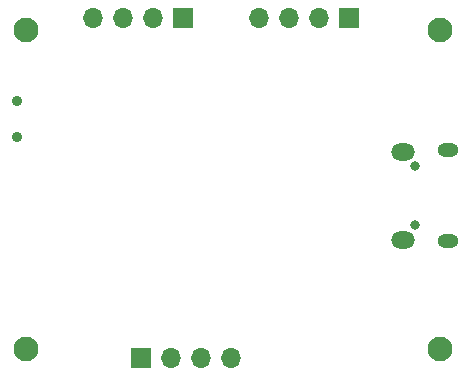
<source format=gbr>
%TF.GenerationSoftware,KiCad,Pcbnew,6.0.5-a6ca702e91~116~ubuntu20.04.1*%
%TF.CreationDate,2023-02-10T18:46:25+05:30*%
%TF.ProjectId,STM32_kicad,53544d33-325f-46b6-9963-61642e6b6963,rev?*%
%TF.SameCoordinates,Original*%
%TF.FileFunction,Soldermask,Bot*%
%TF.FilePolarity,Negative*%
%FSLAX46Y46*%
G04 Gerber Fmt 4.6, Leading zero omitted, Abs format (unit mm)*
G04 Created by KiCad (PCBNEW 6.0.5-a6ca702e91~116~ubuntu20.04.1) date 2023-02-10 18:46:25*
%MOMM*%
%LPD*%
G01*
G04 APERTURE LIST*
%ADD10C,0.900000*%
%ADD11C,2.100000*%
%ADD12R,1.700000X1.700000*%
%ADD13O,1.700000X1.700000*%
%ADD14O,2.000000X1.450000*%
%ADD15O,1.800000X1.150000*%
%ADD16O,0.800000X0.800000*%
G04 APERTURE END LIST*
D10*
%TO.C,SW1*%
X153670000Y-110500000D03*
X153670000Y-107500000D03*
%TD*%
D11*
%TO.C,H4*%
X154500000Y-101500000D03*
%TD*%
%TO.C,H3*%
X189500000Y-101500000D03*
%TD*%
%TO.C,H2*%
X189500000Y-128500000D03*
%TD*%
%TO.C,H1*%
X154500000Y-128500000D03*
%TD*%
D12*
%TO.C,J3*%
X181800000Y-100500000D03*
D13*
X179260000Y-100500000D03*
X176720000Y-100500000D03*
X174180000Y-100500000D03*
%TD*%
D12*
%TO.C,J1*%
X164200000Y-129250000D03*
D13*
X166740000Y-129250000D03*
X169280000Y-129250000D03*
X171820000Y-129250000D03*
%TD*%
%TO.C,J2*%
X160180000Y-100500000D03*
X162720000Y-100500000D03*
X165260000Y-100500000D03*
D12*
X167800000Y-100500000D03*
%TD*%
D14*
%TO.C,J4*%
X186395000Y-119230000D03*
D15*
X190195000Y-119380000D03*
X190195000Y-111630000D03*
D14*
X186395000Y-111780000D03*
D16*
X187445000Y-118005000D03*
X187445000Y-113005000D03*
%TD*%
M02*

</source>
